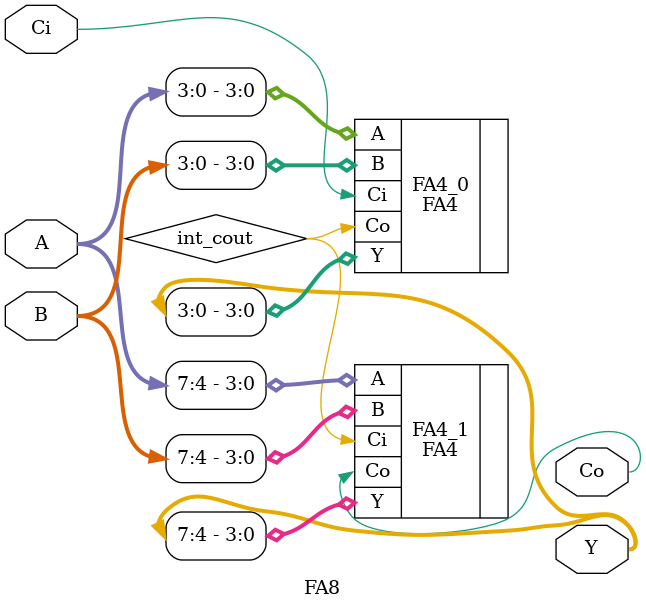
<source format=v>
`timescale 1ns / 1ps

module FA8(A, B, Ci, Y, Co);

input [7:0] A, B;
input Ci;
output [7:0] Y;
output Co;

wire int_cout;

FA4 FA4_0(.A(A[3:0]), .B(B[3:0]), .Ci(Ci), .Y(Y[3:0]), .Co(int_cout));
FA4 FA4_1(.A(A[7:4]), .B(B[7:4]), .Ci(int_cout), .Y(Y[7:4]), .Co(Co));

endmodule

</source>
